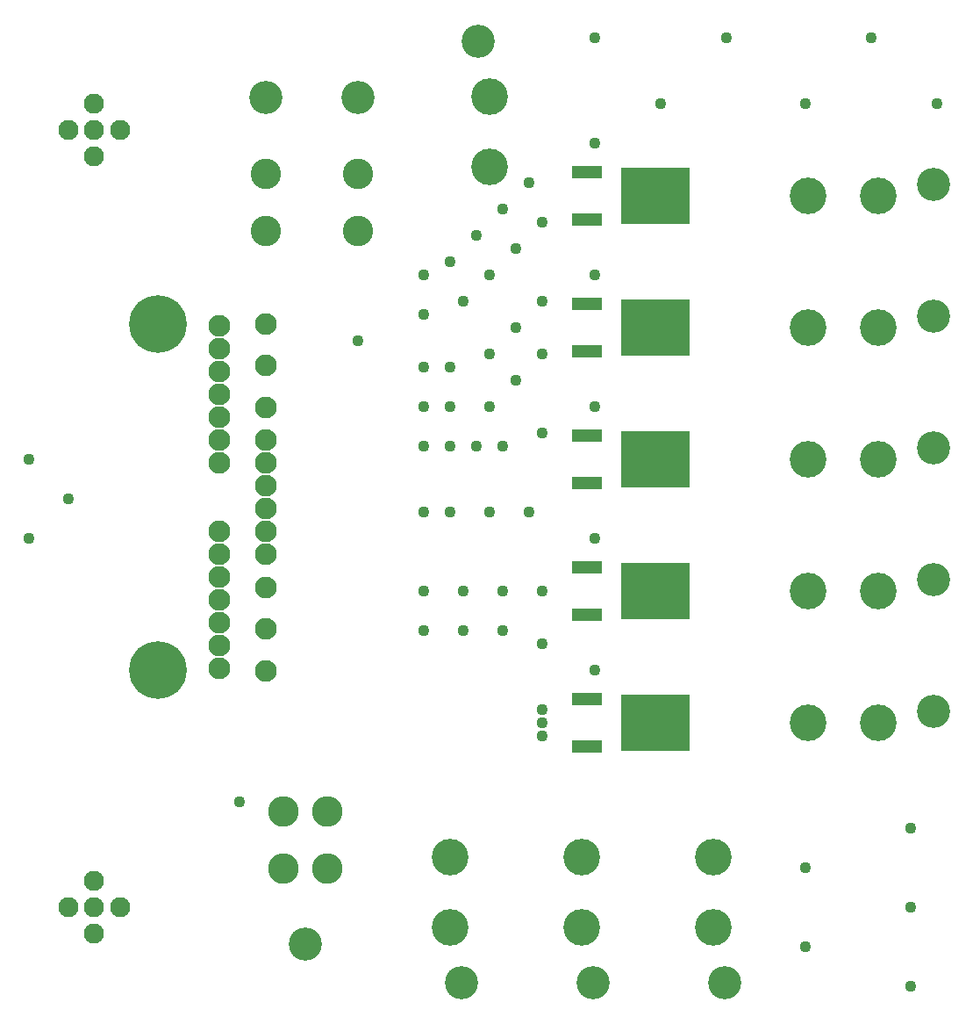
<source format=gts>
G04 EAGLE Gerber RS-274X export*
G75*
%MOMM*%
%FSLAX34Y34*%
%LPD*%
%INTop Soldermask*%
%IPPOS*%
%AMOC8*
5,1,8,0,0,1.08239X$1,22.5*%
G01*
%ADD10C,3.527400*%
%ADD11C,3.202400*%
%ADD12R,2.902400X1.152400*%
%ADD13R,6.652400X5.452400*%
%ADD14C,2.952400*%
%ADD15C,2.102400*%
%ADD16C,5.552400*%
%ADD17C,2.927400*%
%ADD18C,1.952400*%
%ADD19C,1.108000*%


D10*
X495300Y841100D03*
X495300Y908100D03*
D11*
X484300Y962100D03*
D12*
X589550Y581700D03*
D13*
X655050Y558800D03*
D12*
X589550Y535900D03*
D10*
X803000Y558800D03*
X870000Y558800D03*
D11*
X924000Y569800D03*
D12*
X589550Y454700D03*
D13*
X655050Y431800D03*
D12*
X589550Y408900D03*
D10*
X803000Y431800D03*
X870000Y431800D03*
D11*
X924000Y442800D03*
D12*
X589550Y708700D03*
D13*
X655050Y685800D03*
D12*
X589550Y662900D03*
D10*
X803000Y685800D03*
X870000Y685800D03*
D11*
X924000Y696800D03*
D12*
X589550Y327700D03*
D13*
X655050Y304800D03*
D12*
X589550Y281900D03*
D10*
X803000Y304800D03*
X870000Y304800D03*
D11*
X924000Y315800D03*
D14*
X338500Y164400D03*
X296500Y164400D03*
X338500Y219400D03*
X296500Y219400D03*
D11*
X317500Y91400D03*
D15*
X279400Y355100D03*
X279400Y395100D03*
X279400Y435100D03*
X279400Y467100D03*
X279400Y489100D03*
X279400Y511100D03*
X279400Y533100D03*
X279400Y555100D03*
X279400Y577100D03*
X279400Y609100D03*
X279400Y649100D03*
X279400Y689100D03*
X234400Y357100D03*
X234400Y379100D03*
X234400Y401100D03*
X234400Y423100D03*
X234400Y445100D03*
X234400Y467100D03*
X234400Y489100D03*
X234400Y555100D03*
X234400Y577100D03*
X234400Y599100D03*
X234400Y621100D03*
X234400Y643100D03*
X234400Y665100D03*
X234400Y687100D03*
D16*
X174900Y355600D03*
X174900Y689100D03*
D10*
X457200Y174900D03*
X457200Y107900D03*
D11*
X468200Y53900D03*
D10*
X584200Y174900D03*
X584200Y107900D03*
D11*
X595200Y53900D03*
D10*
X711200Y174900D03*
X711200Y107900D03*
D11*
X722200Y53900D03*
D12*
X589550Y835700D03*
D13*
X655050Y812800D03*
D12*
X589550Y789900D03*
D10*
X803000Y812800D03*
X870000Y812800D03*
D11*
X924000Y823800D03*
D17*
X279400Y779300D03*
X279400Y834300D03*
D11*
X279400Y907300D03*
D17*
X368300Y779300D03*
X368300Y834300D03*
D11*
X368300Y907300D03*
D18*
X88900Y876300D03*
X113900Y901300D03*
X138900Y876300D03*
X113900Y851300D03*
X113900Y876300D03*
X88900Y127000D03*
X113900Y152000D03*
X138900Y127000D03*
X113900Y102000D03*
X113900Y127000D03*
D19*
X596900Y482600D03*
X50800Y482600D03*
X88900Y520700D03*
X50800Y558800D03*
X596900Y965200D03*
X660400Y901700D03*
X723900Y965200D03*
X800100Y901700D03*
X863600Y965200D03*
X927100Y901700D03*
X901700Y203200D03*
X800100Y165100D03*
X901700Y127000D03*
X800100Y88900D03*
X901700Y50800D03*
X596900Y609600D03*
X596900Y863600D03*
X596900Y736600D03*
X596900Y355600D03*
X254000Y228600D03*
X546100Y787400D03*
X520700Y762000D03*
X520700Y635000D03*
X546100Y304800D03*
X495300Y508000D03*
X495300Y736600D03*
X469900Y711200D03*
X431800Y698500D03*
X546100Y711200D03*
X520700Y685800D03*
X495300Y660400D03*
X431800Y647700D03*
X431800Y609600D03*
X457200Y609600D03*
X495300Y609600D03*
X546100Y660400D03*
X431800Y571500D03*
X457200Y571500D03*
X482600Y571500D03*
X546100Y584200D03*
X457200Y508000D03*
X431800Y508000D03*
X533400Y508000D03*
X431800Y431800D03*
X469900Y431800D03*
X508000Y431800D03*
X546100Y431800D03*
X431800Y393700D03*
X469900Y393700D03*
X508000Y393700D03*
X546100Y381000D03*
X546100Y317500D03*
X546100Y292100D03*
X457200Y647700D03*
X431800Y736600D03*
X457200Y749300D03*
X482600Y774700D03*
X508000Y800100D03*
X533400Y825500D03*
X508000Y571500D03*
X368300Y673100D03*
M02*

</source>
